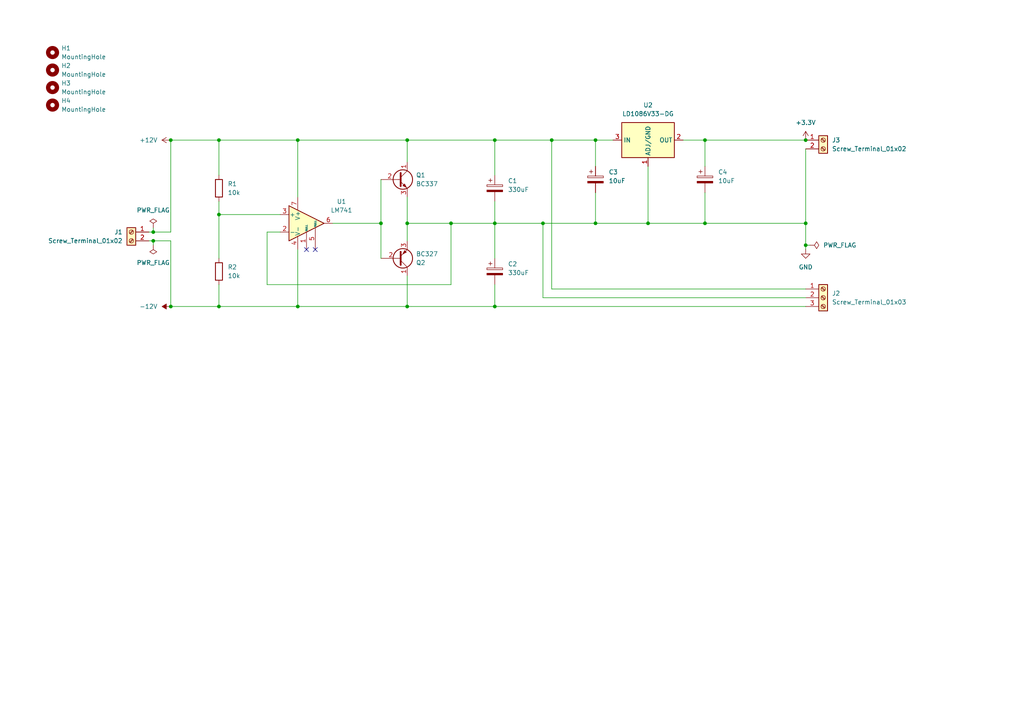
<source format=kicad_sch>
(kicad_sch (version 20231120) (generator "eeschema") (generator_version "8.0")
  (paper "A4")
  (lib_symbols
    (symbol "Amplifier_Operational:LM741" (pin_names (offset 0.127))
      (property "Reference" "U" (at 0 6.35 0))
      (property "Value" "LM741" (at 0 3.81 0))
      (symbol "LM741_0_1"
        (polyline (pts (xy -5.08 5.08) (xy 5.08 0) (xy -5.08 -5.08) (xy -5.08 5.08)) (stroke (width 0.254)) (fill (type background)))
      )
      (symbol "LM741_1_1"
        (pin input line (at 0 -7.62 90) (length 5.08) (name "NULL") (number "1"))
        (pin input line (at -7.62 -2.54 0) (length 2.54) (name "-") (number "2"))
        (pin input line (at -7.62 2.54 0) (length 2.54) (name "+") (number "3"))
        (pin power_in line (at -2.54 -7.62 90) (length 3.81) (name "V-") (number "4"))
        (pin input line (at 2.54 -7.62 90) (length 6.35) (name "NULL") (number "5"))
        (pin output line (at 7.62 0 180) (length 2.54) (name "~") (number "6"))
        (pin power_in line (at -2.54 7.62 270) (length 3.81) (name "V+") (number "7"))
        (pin no_connect line (at 0 2.54 270) (length 2.54) hide (name "NC") (number "8"))
      )
    )
    (symbol "Connector:Screw_Terminal_01x02" (pin_names (offset 1.016) hide)
      (property "Reference" "J" (at 0 2.54 0))
      (property "Value" "Screw_Terminal_01x02" (at 0 -5.08 0))
      (symbol "Screw_Terminal_01x02_1_1"
        (rectangle (start -1.27 1.27) (end 1.27 -3.81) (stroke (width 0.254)) (fill (type background)))
        (circle (center 0 -2.54) (radius 0.635) (stroke (width 0.1524)))
        (polyline (pts (xy -0.5334 -2.2098) (xy 0.3302 -3.048)) (stroke (width 0.1524)))
        (polyline (pts (xy -0.5334 0.3302) (xy 0.3302 -0.508)) (stroke (width 0.1524)))
        (polyline (pts (xy -0.3556 -2.032) (xy 0.508 -2.8702)) (stroke (width 0.1524)))
        (polyline (pts (xy -0.3556 0.508) (xy 0.508 -0.3302)) (stroke (width 0.1524)))
        (circle (center 0 0) (radius 0.635) (stroke (width 0.1524)))
        (pin passive line (at -5.08 0 0) (length 3.81) (name "Pin_1") (number "1"))
        (pin passive line (at -5.08 -2.54 0) (length 3.81) (name "Pin_2") (number "2"))
      )
    )
    (symbol "Connector:Screw_Terminal_01x03" (pin_names (offset 1.016) hide)
      (property "Reference" "J" (at 0 5.08 0))
      (property "Value" "Screw_Terminal_01x03" (at 0 -5.08 0))
      (symbol "Screw_Terminal_01x03_1_1"
        (rectangle (start -1.27 3.81) (end 1.27 -3.81) (stroke (width 0.254)) (fill (type background)))
        (circle (center 0 -2.54) (radius 0.635) (stroke (width 0.1524)))
        (polyline (pts (xy -0.5334 -2.2098) (xy 0.3302 -3.048)) (stroke (width 0.1524)))
        (polyline (pts (xy -0.5334 0.3302) (xy 0.3302 -0.508)) (stroke (width 0.1524)))
        (polyline (pts (xy -0.5334 2.8702) (xy 0.3302 2.032)) (stroke (width 0.1524)))
        (polyline (pts (xy -0.3556 -2.032) (xy 0.508 -2.8702)) (stroke (width 0.1524)))
        (polyline (pts (xy -0.3556 0.508) (xy 0.508 -0.3302)) (stroke (width 0.1524)))
        (polyline (pts (xy -0.3556 3.048) (xy 0.508 2.2098)) (stroke (width 0.1524)))
        (circle (center 0 0) (radius 0.635) (stroke (width 0.1524)))
        (circle (center 0 2.54) (radius 0.635) (stroke (width 0.1524)))
        (pin passive line (at -5.08 2.54 0) (length 3.81) (name "Pin_1") (number "1"))
        (pin passive line (at -5.08 0 0) (length 3.81) (name "Pin_2") (number "2"))
        (pin passive line (at -5.08 -2.54 0) (length 3.81) (name "Pin_3") (number "3"))
      )
    )
    (symbol "Device:C_Polarized" (pin_numbers hide) (pin_names (offset 0.254))
      (property "Reference" "C" (at 0.635 2.54 0))
      (property "Value" "C_Polarized" (at 0.635 -2.54 0))
      (symbol "C_Polarized_0_1"
        (rectangle (start -2.286 0.508) (end 2.286 1.016))
        (polyline (pts (xy -1.778 2.286) (xy -0.762 2.286)))
        (polyline (pts (xy -1.27 2.794) (xy -1.27 1.778)))
        (rectangle (start 2.286 -0.508) (end -2.286 -1.016) (fill (type outline)))
      )
      (symbol "C_Polarized_1_1"
        (pin passive line (at 0 3.81 270) (length 2.794) (name "~") (number "1"))
        (pin passive line (at 0 -3.81 90) (length 2.794) (name "~") (number "2"))
      )
    )
    (symbol "Device:R" (pin_numbers hide) (pin_names (offset 0))
      (property "Reference" "R" (at 2.032 0 90))
      (property "Value" "R" (at 0 0 90))
      (symbol "R_0_1"
        (rectangle (start -1.016 -2.54) (end 1.016 2.54) (stroke (width 0.254)))
      )
      (symbol "R_1_1"
        (pin passive line (at 0 3.81 270) (length 1.27) (name "~") (number "1"))
        (pin passive line (at 0 -3.81 90) (length 1.27) (name "~") (number "2"))
      )
    )
    (symbol "Mechanical:MountingHole" (pin_names (offset 1.016)) (exclude_from_sim yes) (in_bom no)
      (property "Reference" "H" (at 0 5.08 0))
      (property "Value" "MountingHole" (at 0 3.175 0))
      (symbol "MountingHole_0_1"
        (circle (center 0 0) (radius 1.27) (stroke (width 1.27)))
      )
    )
    (symbol "Regulator_Linear:LD1086V33-DG"
      (property "Reference" "U" (at 0 10.16 0))
      (property "Value" "LD1086V33-DG" (at 0 7.62 0))
      (symbol "LD1086V33-DG_1_1"
        (rectangle (start -7.62 -5.08) (end 7.62 5.08) (stroke (width 0.254)) (fill (type background)))
        (pin input line (at 0 -7.62 90) (length 2.54) (name "ADJ/GND") (number "1"))
        (pin power_out line (at 10.16 0 180) (length 2.54) (name "OUT") (number "2"))
        (pin power_in line (at -10.16 0 0) (length 2.54) (name "IN") (number "3"))
      )
    )
    (symbol "Transistor_BJT:BC327" (pin_names (offset 0) hide)
      (property "Reference" "Q" (at 5.08 1.905 0))
      (property "Value" "BC327" (at 5.08 0 0))
      (symbol "BC327_0_1"
        (polyline (pts (xy 0.635 0.635) (xy 2.54 2.54)))
        (polyline (pts (xy 0.635 -0.635) (xy 2.54 -2.54) (xy 2.54 -2.54)))
        (polyline (pts (xy 0.635 1.905) (xy 0.635 -1.905) (xy 0.635 -1.905)) (stroke (width 0.508)))
        (polyline (pts (xy 2.286 -1.778) (xy 1.778 -2.286) (xy 1.27 -1.27) (xy 2.286 -1.778) (xy 2.286 -1.778)) (fill (type outline)))
        (circle (center 1.27 0) (radius 2.8194) (stroke (width 0.254)))
      )
      (symbol "BC327_1_1"
        (pin passive line (at 2.54 5.08 270) (length 2.54) (name "C") (number "1"))
        (pin input line (at -5.08 0 0) (length 5.715) (name "B") (number "2"))
        (pin passive line (at 2.54 -5.08 90) (length 2.54) (name "E") (number "3"))
      )
    )
    (symbol "Transistor_BJT:BC337" (pin_names (offset 0) hide)
      (property "Reference" "Q" (at 5.08 1.905 0))
      (property "Value" "BC337" (at 5.08 0 0))
      (symbol "BC337_0_1"
        (polyline (pts (xy 0 0) (xy 0.635 0)))
        (polyline (pts (xy 0.635 0.635) (xy 2.54 2.54)))
        (polyline (pts (xy 0.635 -0.635) (xy 2.54 -2.54) (xy 2.54 -2.54)))
        (polyline (pts (xy 0.635 1.905) (xy 0.635 -1.905) (xy 0.635 -1.905)) (stroke (width 0.508)))
        (polyline (pts (xy 1.27 -1.778) (xy 1.778 -1.27) (xy 2.286 -2.286) (xy 1.27 -1.778) (xy 1.27 -1.778)) (fill (type outline)))
        (circle (center 1.27 0) (radius 2.8194) (stroke (width 0.254)))
      )
      (symbol "BC337_1_1"
        (pin passive line (at 2.54 5.08 270) (length 2.54) (name "C") (number "1"))
        (pin input line (at -5.08 0 0) (length 5.08) (name "B") (number "2"))
        (pin passive line (at 2.54 -5.08 90) (length 2.54) (name "E") (number "3"))
      )
    )
    (symbol "power:+12V" (power) (pin_numbers hide) (pin_names (offset 0) hide)
      (property "Value" "+12V" (at 0 3.556 0))
      (symbol "+12V_0_1"
        (polyline (pts (xy -0.762 1.27) (xy 0 2.54)))
        (polyline (pts (xy 0 0) (xy 0 2.54)))
        (polyline (pts (xy 0 2.54) (xy 0.762 1.27)))
      )
      (symbol "+12V_1_1"
        (pin power_in line (at 0 0 90) (length 0) (name "~") (number "1"))
      )
    )
    (symbol "power:+3.3V" (power) (pin_numbers hide) (pin_names (offset 0) hide)
      (property "Value" "+3.3V" (at 0 3.556 0))
      (symbol "+3.3V_0_1"
        (polyline (pts (xy -0.762 1.27) (xy 0 2.54)))
        (polyline (pts (xy 0 0) (xy 0 2.54)))
        (polyline (pts (xy 0 2.54) (xy 0.762 1.27)))
      )
      (symbol "+3.3V_1_1"
        (pin power_in line (at 0 0 90) (length 0) (name "~") (number "1"))
      )
    )
    (symbol "power:-12V" (power) (pin_numbers hide) (pin_names (offset 0) hide)
      (property "Value" "-12V" (at 0 3.556 0))
      (symbol "-12V_0_0"
        (pin power_in line (at 0 0 90) (length 0) (name "~") (number "1"))
      )
      (symbol "-12V_0_1"
        (polyline (pts (xy 0 0) (xy 0 1.27) (xy 0.762 1.27) (xy 0 2.54) (xy -0.762 1.27) (xy 0 1.27)) (fill (type outline)))
      )
    )
    (symbol "power:GND" (power) (pin_numbers hide) (pin_names (offset 0) hide)
      (property "Value" "GND" (at 0 -3.81 0))
      (symbol "GND_0_1"
        (polyline (pts (xy 0 0) (xy 0 -1.27) (xy 1.27 -1.27) (xy 0 -2.54) (xy -1.27 -1.27) (xy 0 -1.27)))
      )
      (symbol "GND_1_1"
        (pin power_in line (at 0 0 270) (length 0) (name "~") (number "1"))
      )
    )
    (symbol "power:PWR_FLAG" (power) (pin_numbers hide) (pin_names (offset 0) hide)
      (property "Value" "PWR_FLAG" (at 0 3.81 0))
      (symbol "PWR_FLAG_0_0"
        (pin power_out line (at 0 0 90) (length 0) (name "~") (number "1"))
      )
      (symbol "PWR_FLAG_0_1"
        (polyline (pts (xy 0 0) (xy 0 1.27) (xy -1.016 1.905) (xy 0 2.54) (xy 1.016 1.905) (xy 0 1.27)))
      )
    )
  )
  (junction (at 118.11 88.9))
  (junction (at 44.45 67.31))
  (junction (at 110.49 64.77))
  (junction (at 143.51 64.77))
  (junction (at 118.11 40.64))
  (junction (at 143.51 40.64))
  (junction (at 49.53 88.9))
  (junction (at 172.72 40.64))
  (junction (at 44.45 69.85))
  (junction (at 143.51 88.9))
  (junction (at 49.53 40.64))
  (junction (at 130.81 64.77))
  (junction (at 204.47 64.77))
  (junction (at 233.68 64.77))
  (junction (at 172.72 64.77))
  (junction (at 63.5 40.64))
  (junction (at 187.96 64.77))
  (junction (at 86.36 40.64))
  (junction (at 204.47 40.64))
  (junction (at 118.11 64.77))
  (junction (at 160.02 40.64))
  (junction (at 233.68 71.12))
  (junction (at 63.5 88.9))
  (junction (at 233.68 40.64))
  (junction (at 63.5 62.23))
  (junction (at 157.48 64.77))
  (junction (at 86.36 88.9))
  (no_connect (at 91.44 72.39))
  (no_connect (at 88.9 72.39))
  (wire (pts (xy 157.48 86.36) (xy 233.68 86.36)))
  (wire (pts (xy 143.51 88.9) (xy 233.68 88.9)))
  (wire (pts (xy 77.47 67.31) (xy 81.28 67.31)))
  (wire (pts (xy 143.51 82.55) (xy 143.51 88.9)))
  (wire (pts (xy 96.52 64.77) (xy 110.49 64.77)))
  (wire (pts (xy 118.11 40.64) (xy 143.51 40.64)))
  (wire (pts (xy 49.53 69.85) (xy 44.45 69.85)))
  (wire (pts (xy 44.45 67.31) (xy 49.53 67.31)))
  (wire (pts (xy 172.72 40.64) (xy 177.8 40.64)))
  (wire (pts (xy 86.36 40.64) (xy 118.11 40.64)))
  (wire (pts (xy 157.48 86.36) (xy 157.48 64.77)))
  (wire (pts (xy 63.5 62.23) (xy 81.28 62.23)))
  (wire (pts (xy 63.5 82.55) (xy 63.5 88.9)))
  (wire (pts (xy 118.11 64.77) (xy 118.11 69.85)))
  (wire (pts (xy 233.68 64.77) (xy 233.68 71.12)))
  (wire (pts (xy 63.5 40.64) (xy 86.36 40.64)))
  (wire (pts (xy 233.68 71.12) (xy 233.68 72.39)))
  (wire (pts (xy 157.48 64.77) (xy 172.72 64.77)))
  (wire (pts (xy 172.72 40.64) (xy 172.72 48.26)))
  (wire (pts (xy 143.51 58.42) (xy 143.51 64.77)))
  (wire (pts (xy 44.45 69.85) (xy 44.45 71.12)))
  (wire (pts (xy 118.11 64.77) (xy 130.81 64.77)))
  (wire (pts (xy 204.47 40.64) (xy 233.68 40.64)))
  (wire (pts (xy 143.51 64.77) (xy 157.48 64.77)))
  (wire (pts (xy 44.45 67.31) (xy 44.45 66.04)))
  (wire (pts (xy 160.02 83.82) (xy 160.02 40.64)))
  (wire (pts (xy 187.96 64.77) (xy 204.47 64.77)))
  (wire (pts (xy 43.18 67.31) (xy 44.45 67.31)))
  (wire (pts (xy 143.51 64.77) (xy 143.51 74.93)))
  (wire (pts (xy 233.68 64.77) (xy 233.68 43.18)))
  (wire (pts (xy 160.02 40.64) (xy 172.72 40.64)))
  (wire (pts (xy 204.47 40.64) (xy 204.47 48.26)))
  (wire (pts (xy 130.81 64.77) (xy 130.81 82.55)))
  (wire (pts (xy 49.53 40.64) (xy 63.5 40.64)))
  (wire (pts (xy 86.36 72.39) (xy 86.36 88.9)))
  (wire (pts (xy 49.53 67.31) (xy 49.53 40.64)))
  (wire (pts (xy 63.5 88.9) (xy 86.36 88.9)))
  (wire (pts (xy 118.11 40.64) (xy 118.11 46.99)))
  (wire (pts (xy 77.47 82.55) (xy 77.47 67.31)))
  (wire (pts (xy 143.51 40.64) (xy 143.51 50.8)))
  (wire (pts (xy 204.47 55.88) (xy 204.47 64.77)))
  (wire (pts (xy 187.96 48.26) (xy 187.96 64.77)))
  (wire (pts (xy 172.72 64.77) (xy 187.96 64.77)))
  (wire (pts (xy 118.11 80.01) (xy 118.11 88.9)))
  (wire (pts (xy 130.81 64.77) (xy 143.51 64.77)))
  (wire (pts (xy 63.5 58.42) (xy 63.5 62.23)))
  (wire (pts (xy 49.53 69.85) (xy 49.53 88.9)))
  (wire (pts (xy 234.95 71.12) (xy 233.68 71.12)))
  (wire (pts (xy 110.49 64.77) (xy 110.49 74.93)))
  (wire (pts (xy 63.5 62.23) (xy 63.5 74.93)))
  (wire (pts (xy 110.49 52.07) (xy 110.49 64.77)))
  (wire (pts (xy 160.02 83.82) (xy 233.68 83.82)))
  (wire (pts (xy 204.47 64.77) (xy 233.68 64.77)))
  (wire (pts (xy 86.36 88.9) (xy 118.11 88.9)))
  (wire (pts (xy 118.11 88.9) (xy 143.51 88.9)))
  (wire (pts (xy 43.18 69.85) (xy 44.45 69.85)))
  (wire (pts (xy 130.81 82.55) (xy 77.47 82.55)))
  (wire (pts (xy 86.36 40.64) (xy 86.36 57.15)))
  (wire (pts (xy 198.12 40.64) (xy 204.47 40.64)))
  (wire (pts (xy 172.72 55.88) (xy 172.72 64.77)))
  (wire (pts (xy 63.5 40.64) (xy 63.5 50.8)))
  (wire (pts (xy 49.53 88.9) (xy 63.5 88.9)))
  (wire (pts (xy 118.11 57.15) (xy 118.11 64.77)))
  (wire (pts (xy 143.51 40.64) (xy 160.02 40.64)))
  (symbol (lib_id "Connector:Screw_Terminal_01x02") (at 238.76 40.64 0) (unit 1)
    (property "Reference" "J3" (at 241.3 40.6399 0) (effects (justify left)))
    (property "Value" "Screw_Terminal_01x02" (at 241.3 43.1799 0) (effects (justify left)))
    (property "Footprint" "TerminalBlock_Phoenix:TerminalBlock_Phoenix_PT-1,5-2-5.0-H_1x02_P5.00mm_Horizontal" (effects (hide yes)))
    (property "Description" "Generic screw terminal, single row, 01x02, script generated (kicad-library-utils/schlib/autogen/connector/)" (effects (hide yes)))
  )
  (symbol (lib_id "Device:C_Polarized") (at 172.72 52.07 0) (unit 1)
    (property "Reference" "C3" (at 176.53 49.9109 0) (effects (justify left)))
    (property "Value" "10uF" (at 176.53 52.4509 0) (effects (justify left)))
    (property "Footprint" "Capacitor_THT:CP_Radial_D5.0mm_P2.00mm" (effects (hide yes)))
    (property "Description" "Polarized capacitor" (effects (hide yes)))
  )
  (symbol (lib_id "Regulator_Linear:LD1086V33-DG") (at 187.96 40.64 0) (unit 1)
    (property "Reference" "U2" (at 187.96 30.48 0))
    (property "Value" "LD1086V33-DG" (at 187.96 33.02 0))
    (property "Footprint" "Package_TO_SOT_THT:TO-220-3_Vertical" (effects (hide yes)))
    (property "Datasheet" "https://www.st.com/resource/en/datasheet/ld1086.pdf" (effects (hide yes)))
    (property "Description" "Positive, 1.5A 30V, Linear Regulator, Fixed Output 3.3V, TO-220" (effects (hide yes)))
  )
  (symbol (lib_id "power:GND") (at 233.68 72.39 0) (unit 1)
    (property "Reference" "#PWR01" (effects (hide yes)))
    (property "Value" "GND" (at 233.68 77.47 0))
    (property "Description" "Power symbol creates a global label with name \"GND\" , ground" (effects (hide yes)))
  )
  (symbol (lib_id "Device:C_Polarized") (at 143.51 78.74 0) (unit 1)
    (property "Reference" "C2" (at 147.32 76.5809 0) (effects (justify left)))
    (property "Value" "330uF" (at 147.32 79.1209 0) (effects (justify left)))
    (property "Footprint" "Capacitor_THT:CP_Radial_D8.0mm_P3.50mm" (effects (hide yes)))
    (property "Description" "Polarized capacitor" (effects (hide yes)))
  )
  (symbol (lib_id "Transistor_BJT:BC327") (at 115.57 74.93 0) (mirror x) (unit 1)
    (property "Reference" "Q2" (at 120.65 76.2001 0) (effects (justify left)))
    (property "Value" "BC327" (at 120.65 73.6601 0) (effects (justify left)))
    (property "Footprint" "Package_TO_SOT_THT:TO-92_Inline" (effects (hide yes)))
    (property "Datasheet" "http://www.onsemi.com/pub_link/Collateral/BC327-D.PDF" (effects (hide yes)))
    (property "Description" "0.8A Ic, 45V Vce, PNP Transistor, TO-92" (effects (hide yes)))
  )
  (symbol (lib_id "power:+12V") (at 49.53 40.64 90) (unit 1)
    (property "Reference" "#PWR02" (effects (hide yes)))
    (property "Value" "+12V" (at 45.72 40.6399 90) (effects (justify left)))
    (property "Description" "Power symbol creates a global label with name \"+12V\"" (effects (hide yes)))
  )
  (symbol (lib_id "Mechanical:MountingHole") (at 15.24 15.24 0) (unit 1) (exclude_from_sim yes) (in_bom no)
    (property "Reference" "H1" (at 17.78 13.9699 0) (effects (justify left)))
    (property "Value" "MountingHole" (at 17.78 16.5099 0) (effects (justify left)))
    (property "Footprint" "MountingHole:MountingHole_3.2mm_M3" (effects (hide yes)))
    (property "Description" "Mounting Hole without connection" (effects (hide yes)))
  )
  (symbol (lib_id "Amplifier_Operational:LM741") (at 88.9 64.77 0) (unit 1)
    (property "Reference" "U1" (at 99.06 58.4514 0))
    (property "Value" "LM741" (at 99.06 60.9914 0))
    (property "Footprint" "Package_DIP:DIP-8_W7.62mm_Socket" (effects (hide yes)))
    (property "Datasheet" "http://www.ti.com/lit/ds/symlink/lm741.pdf" (effects (hide yes)))
    (property "Description" "Operational Amplifier, DIP-8/TO-99-8" (effects (hide yes)))
  )
  (symbol (lib_id "Device:R") (at 63.5 54.61 0) (unit 1)
    (property "Reference" "R1" (at 66.04 53.3399 0) (effects (justify left)))
    (property "Value" "10k" (at 66.04 55.8799 0) (effects (justify left)))
    (property "Footprint" "Resistor_THT:R_Axial_DIN0207_L6.3mm_D2.5mm_P10.16mm_Horizontal" (effects (hide yes)))
    (property "Description" "Resistor" (effects (hide yes)))
  )
  (symbol (lib_id "Device:C_Polarized") (at 204.47 52.07 0) (unit 1)
    (property "Reference" "C4" (at 208.28 49.9109 0) (effects (justify left)))
    (property "Value" "10uF" (at 208.28 52.4509 0) (effects (justify left)))
    (property "Footprint" "Capacitor_THT:CP_Radial_D5.0mm_P2.00mm" (effects (hide yes)))
    (property "Description" "Polarized capacitor" (effects (hide yes)))
  )
  (symbol (lib_id "Connector:Screw_Terminal_01x02") (at 38.1 67.31 0) (mirror y) (unit 1)
    (property "Reference" "J1" (at 35.56 67.3099 0) (effects (justify left)))
    (property "Value" "Screw_Terminal_01x02" (at 35.56 69.8499 0) (effects (justify left)))
    (property "Footprint" "TerminalBlock_Phoenix:TerminalBlock_Phoenix_PT-1,5-2-5.0-H_1x02_P5.00mm_Horizontal" (effects (hide yes)))
    (property "Description" "Generic screw terminal, single row, 01x02, script generated (kicad-library-utils/schlib/autogen/connector/)" (effects (hide yes)))
  )
  (symbol (lib_id "power:+3.3V") (at 233.68 40.64 0) (unit 1)
    (property "Reference" "#PWR04" (effects (hide yes)))
    (property "Value" "+3.3V" (at 233.68 35.56 0))
    (property "Description" "Power symbol creates a global label with name \"+3.3V\"" (effects (hide yes)))
  )
  (symbol (lib_id "power:PWR_FLAG") (at 44.45 66.04 0) (unit 1)
    (property "Reference" "#FLG01" (effects (hide yes)))
    (property "Value" "PWR_FLAG" (at 44.45 60.96 0))
    (property "Description" "Special symbol for telling ERC where power comes from" (effects (hide yes)))
  )
  (symbol (lib_id "Device:R") (at 63.5 78.74 0) (unit 1)
    (property "Reference" "R2" (at 66.04 77.4699 0) (effects (justify left)))
    (property "Value" "10k" (at 66.04 80.0099 0) (effects (justify left)))
    (property "Footprint" "Resistor_THT:R_Axial_DIN0207_L6.3mm_D2.5mm_P10.16mm_Horizontal" (effects (hide yes)))
    (property "Description" "Resistor" (effects (hide yes)))
  )
  (symbol (lib_id "Mechanical:MountingHole") (at 15.24 30.48 0) (unit 1) (exclude_from_sim yes) (in_bom no)
    (property "Reference" "H4" (at 17.78 29.2099 0) (effects (justify left)))
    (property "Value" "MountingHole" (at 17.78 31.7499 0) (effects (justify left)))
    (property "Footprint" "MountingHole:MountingHole_3.2mm_M3" (effects (hide yes)))
    (property "Description" "Mounting Hole without connection" (effects (hide yes)))
  )
  (symbol (lib_id "Device:C_Polarized") (at 143.51 54.61 0) (unit 1)
    (property "Reference" "C1" (at 147.32 52.4509 0) (effects (justify left)))
    (property "Value" "330uF" (at 147.32 54.9909 0) (effects (justify left)))
    (property "Footprint" "Capacitor_THT:CP_Radial_D8.0mm_P3.50mm" (effects (hide yes)))
    (property "Description" "Polarized capacitor" (effects (hide yes)))
  )
  (symbol (lib_id "Mechanical:MountingHole") (at 15.24 25.4 0) (unit 1) (exclude_from_sim yes) (in_bom no)
    (property "Reference" "H3" (at 17.78 24.1299 0) (effects (justify left)))
    (property "Value" "MountingHole" (at 17.78 26.6699 0) (effects (justify left)))
    (property "Footprint" "MountingHole:MountingHole_3.2mm_M3" (effects (hide yes)))
    (property "Description" "Mounting Hole without connection" (effects (hide yes)))
  )
  (symbol (lib_id "power:PWR_FLAG") (at 234.95 71.12 270) (unit 1)
    (property "Reference" "#FLG03" (effects (hide yes)))
    (property "Value" "PWR_FLAG" (at 238.76 71.1199 90) (effects (justify left)))
    (property "Description" "Special symbol for telling ERC where power comes from" (effects (hide yes)))
  )
  (symbol (lib_id "Mechanical:MountingHole") (at 15.24 20.32 0) (unit 1) (exclude_from_sim yes) (in_bom no)
    (property "Reference" "H2" (at 17.78 19.0499 0) (effects (justify left)))
    (property "Value" "MountingHole" (at 17.78 21.5899 0) (effects (justify left)))
    (property "Footprint" "MountingHole:MountingHole_3.2mm_M3" (effects (hide yes)))
    (property "Description" "Mounting Hole without connection" (effects (hide yes)))
  )
  (symbol (lib_id "power:-12V") (at 49.53 88.9 90) (unit 1)
    (property "Reference" "#PWR03" (effects (hide yes)))
    (property "Value" "-12V" (at 45.72 88.8999 90) (effects (justify left)))
    (property "Description" "Power symbol creates a global label with name \"-12V\"" (effects (hide yes)))
  )
  (symbol (lib_id "Connector:Screw_Terminal_01x03") (at 238.76 86.36 0) (unit 1)
    (property "Reference" "J2" (at 241.3 85.0899 0) (effects (justify left)))
    (property "Value" "Screw_Terminal_01x03" (at 241.3 87.6299 0) (effects (justify left)))
    (property "Footprint" "TerminalBlock_Phoenix:TerminalBlock_Phoenix_PT-1,5-3-5.0-H_1x03_P5.00mm_Horizontal" (effects (hide yes)))
    (property "Description" "Generic screw terminal, single row, 01x03, script generated (kicad-library-utils/schlib/autogen/connector/)" (effects (hide yes)))
  )
  (symbol (lib_id "power:PWR_FLAG") (at 44.45 71.12 180) (unit 1)
    (property "Reference" "#FLG02" (effects (hide yes)))
    (property "Value" "PWR_FLAG" (at 44.45 76.2 0))
    (property "Description" "Special symbol for telling ERC where power comes from" (effects (hide yes)))
  )
  (symbol (lib_id "Transistor_BJT:BC337") (at 115.57 52.07 0) (unit 1)
    (property "Reference" "Q1" (at 120.65 50.7999 0) (effects (justify left)))
    (property "Value" "BC337" (at 120.65 53.3399 0) (effects (justify left)))
    (property "Footprint" "Package_TO_SOT_THT:TO-92_Inline" (effects (hide yes)))
    (property "Datasheet" "https://diotec.com/tl_files/diotec/files/pdf/datasheets/bc337.pdf" (effects (hide yes)))
    (property "Description" "0.8A Ic, 45V Vce, NPN Transistor, TO-92" (effects (hide yes)))
  )
)
</source>
